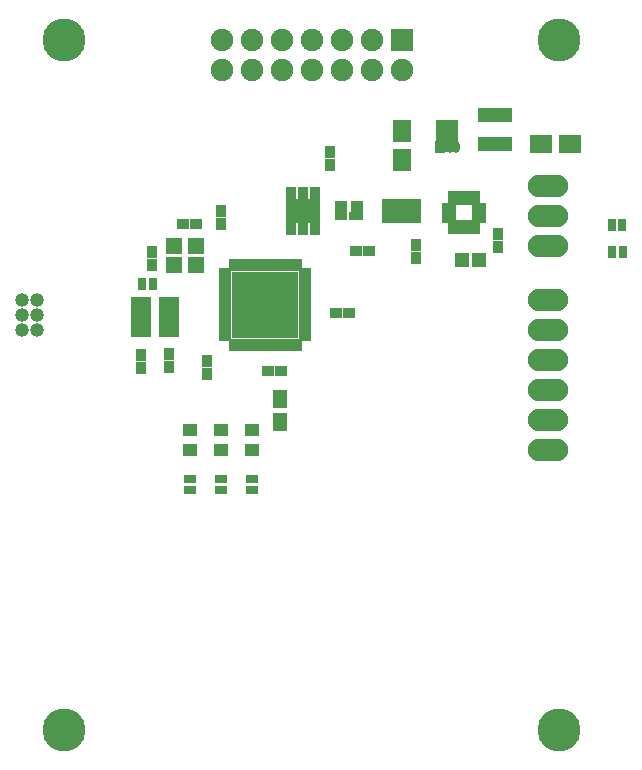
<source format=gbr>
G04 #@! TF.FileFunction,Soldermask,Top*
%FSLAX46Y46*%
G04 Gerber Fmt 4.6, Leading zero omitted, Abs format (unit mm)*
G04 Created by KiCad (PCBNEW 4.0.4-stable) date 10/06/16 01:12:16*
%MOMM*%
%LPD*%
G01*
G04 APERTURE LIST*
%ADD10C,0.100000*%
%ADD11R,1.650000X1.900000*%
%ADD12R,1.900000X1.650000*%
%ADD13R,0.900000X1.000000*%
%ADD14R,1.000000X0.900000*%
%ADD15R,1.200000X1.150000*%
%ADD16R,2.900000X1.150000*%
%ADD17R,1.800000X3.400000*%
%ADD18R,0.800000X1.000000*%
%ADD19R,0.650000X1.000000*%
%ADD20O,0.650000X1.000000*%
%ADD21R,0.700000X1.900000*%
%ADD22R,1.100000X0.650000*%
%ADD23R,0.650000X1.100000*%
%ADD24R,1.687500X1.687500*%
%ADD25R,1.200000X0.650000*%
%ADD26R,1.050000X0.650000*%
%ADD27R,0.850000X1.250000*%
%ADD28R,2.900000X2.000000*%
%ADD29R,1.400000X1.350000*%
%ADD30R,0.750000X1.200000*%
%ADD31R,1.200000X0.750000*%
%ADD32R,1.700000X0.800000*%
%ADD33O,3.414980X1.906220*%
%ADD34R,1.200000X1.000000*%
%ADD35R,1.000000X0.800000*%
%ADD36R,1.898600X1.898600*%
%ADD37C,1.898600*%
%ADD38C,1.187400*%
%ADD39R,1.150000X1.600000*%
%ADD40C,3.651200*%
G04 APERTURE END LIST*
D10*
D11*
X134620000Y-80080800D03*
X134620000Y-82580800D03*
D12*
X146400200Y-81203800D03*
X148900200Y-81203800D03*
D13*
X119329200Y-87976800D03*
X119329200Y-86876800D03*
D14*
X129040800Y-95529400D03*
X130140800Y-95529400D03*
X117186800Y-87960200D03*
X116086800Y-87960200D03*
D13*
X118160800Y-99576800D03*
X118160800Y-100676800D03*
D14*
X123351200Y-100431600D03*
X124451200Y-100431600D03*
D13*
X113461800Y-91431200D03*
X113461800Y-90331200D03*
X112522000Y-99018000D03*
X112522000Y-100118000D03*
X114935000Y-98967200D03*
X114935000Y-100067200D03*
D14*
X130768000Y-90220800D03*
X131868000Y-90220800D03*
D13*
X142748000Y-88781800D03*
X142748000Y-89881800D03*
D15*
X141212000Y-91008200D03*
X139712000Y-91008200D03*
D13*
X135864600Y-89721600D03*
X135864600Y-90821600D03*
X128574800Y-82998400D03*
X128574800Y-81898400D03*
D16*
X142570200Y-81209600D03*
X142570200Y-78759600D03*
D17*
X114935000Y-95859600D03*
X112535000Y-95859600D03*
D18*
X112656200Y-93040200D03*
X113556200Y-93040200D03*
D19*
X137752200Y-81432400D03*
D20*
X138252200Y-81432400D03*
D21*
X137902200Y-80082400D03*
X138502200Y-80082400D03*
X139102200Y-80082400D03*
D20*
X138752200Y-81432400D03*
X139252200Y-81432400D03*
D22*
X119681600Y-92064600D03*
X119681600Y-92564600D03*
X119681600Y-93064600D03*
X119681600Y-93564600D03*
X119681600Y-94064600D03*
X119681600Y-94564600D03*
X119681600Y-95064600D03*
X119681600Y-95564600D03*
X119681600Y-96064600D03*
X119681600Y-96564600D03*
X119681600Y-97064600D03*
X119681600Y-97564600D03*
D23*
X120331600Y-98214600D03*
X120831600Y-98214600D03*
X121331600Y-98214600D03*
X121831600Y-98214600D03*
X122331600Y-98214600D03*
X122831600Y-98214600D03*
X123331600Y-98214600D03*
X123831600Y-98214600D03*
X124331600Y-98214600D03*
X124831600Y-98214600D03*
X125331600Y-98214600D03*
X125831600Y-98214600D03*
D22*
X126481600Y-97564600D03*
X126481600Y-97064600D03*
X126481600Y-96564600D03*
X126481600Y-96064600D03*
X126481600Y-95564600D03*
X126481600Y-95064600D03*
X126481600Y-94564600D03*
X126481600Y-94064600D03*
X126481600Y-93564600D03*
X126481600Y-93064600D03*
X126481600Y-92564600D03*
X126481600Y-92064600D03*
D23*
X125831600Y-91414600D03*
X125331600Y-91414600D03*
X124831600Y-91414600D03*
X124331600Y-91414600D03*
X123831600Y-91414600D03*
X123331600Y-91414600D03*
X122831600Y-91414600D03*
X122331600Y-91414600D03*
X121831600Y-91414600D03*
X121331600Y-91414600D03*
X120831600Y-91414600D03*
X120331600Y-91414600D03*
D24*
X125012850Y-96745850D03*
X125012850Y-95458350D03*
X125012850Y-94170850D03*
X125012850Y-92883350D03*
X123725350Y-96745850D03*
X123725350Y-95458350D03*
X123725350Y-94170850D03*
X123725350Y-92883350D03*
X122437850Y-96745850D03*
X122437850Y-95458350D03*
X122437850Y-94170850D03*
X122437850Y-92883350D03*
X121150350Y-96745850D03*
X121150350Y-95458350D03*
X121150350Y-94170850D03*
X121150350Y-92883350D03*
D25*
X130751235Y-87320865D03*
D26*
X130826235Y-86820865D03*
X130826235Y-86320865D03*
X129476235Y-86320865D03*
X129476235Y-86820865D03*
X129476235Y-87320865D03*
D27*
X125290435Y-88294065D03*
X126290435Y-88294065D03*
X127290435Y-88294065D03*
X127290435Y-85394065D03*
X126290435Y-85394065D03*
X125290435Y-85394065D03*
D28*
X126290435Y-86844065D03*
D29*
X117180800Y-89852200D03*
X115330800Y-89852200D03*
X115330800Y-91402200D03*
X117180800Y-91402200D03*
D30*
X140930235Y-88248665D03*
X140430235Y-88248665D03*
X139930235Y-88248665D03*
X139430235Y-88248665D03*
X138930235Y-88248665D03*
D31*
X138680235Y-86498665D03*
X138680235Y-87498665D03*
X138680235Y-86998665D03*
D30*
X138930235Y-85748665D03*
X139430235Y-85748665D03*
X139930235Y-85748665D03*
X140430235Y-85748665D03*
X140930235Y-85748665D03*
D31*
X141180235Y-86498665D03*
X141180235Y-86998665D03*
X141180235Y-87498665D03*
D32*
X135421635Y-86846265D03*
X133821635Y-86846265D03*
X135421635Y-86196265D03*
X135421635Y-87496265D03*
X133821635Y-87496265D03*
X133821635Y-86196265D03*
D33*
X147015200Y-84759800D03*
X147015200Y-87299800D03*
X147015200Y-89839800D03*
X147015200Y-94361000D03*
X147015200Y-96901000D03*
X147015200Y-99441000D03*
X147015200Y-101981000D03*
X147015200Y-104521000D03*
X147015200Y-107061000D03*
D34*
X116713000Y-105398200D03*
X116713000Y-107098200D03*
X119303800Y-105372800D03*
X119303800Y-107072800D03*
X121945400Y-105372800D03*
X121945400Y-107072800D03*
D35*
X116713000Y-109582800D03*
X116713000Y-110482800D03*
X119303800Y-109582800D03*
X119303800Y-110482800D03*
X121945400Y-109582800D03*
X121945400Y-110482800D03*
D18*
X153307200Y-88011000D03*
X152407200Y-88011000D03*
X153332600Y-90347800D03*
X152432600Y-90347800D03*
D36*
X134620000Y-72390000D03*
D37*
X134620000Y-74930000D03*
X132080000Y-72390000D03*
X132080000Y-74930000D03*
X129540000Y-72390000D03*
X129540000Y-74930000D03*
X127000000Y-72390000D03*
X127000000Y-74930000D03*
X124460000Y-72390000D03*
X124460000Y-74930000D03*
X121920000Y-72390000D03*
X121920000Y-74930000D03*
X119380000Y-72390000D03*
X119380000Y-74930000D03*
D38*
X103784400Y-96926400D03*
X103784400Y-95656400D03*
X103784400Y-94386400D03*
X102514400Y-94386400D03*
X102514400Y-95656400D03*
X102514400Y-96926400D03*
D39*
X124333000Y-102809000D03*
X124333000Y-104709000D03*
D40*
X147955000Y-130810000D03*
X147955000Y-72390000D03*
X106045000Y-72390000D03*
X106045000Y-130810000D03*
M02*

</source>
